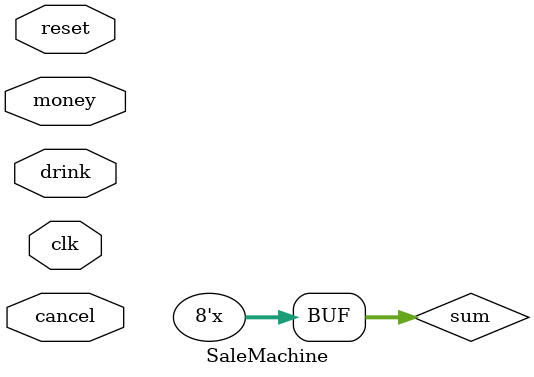
<source format=v>
module SaleMachine( clk, reset, cancel, money, drink ) ;
input clk, reset, cancel ;
input [7:0] money, drink ;

reg keepmoney ;
reg [1:0] state, next_state ;
reg [7:0] sum, exchange ;

parameter S0 = 2'd0 ;
parameter S1 = 2'd1 ;
parameter S2 = 2'd2 ;
parameter S3 = 2'd3 ;

parameter tea = 8'd10 ;
parameter coke = 8'd15 ;
parameter coffee = 8'd20 ;
parameter milk = 8'd25 ;

always@( posedge clk ) begin
	if ( reset == 1'b1 ) begin
		state <= S0 ;
		keepmoney <= 1'b0 ; // S1的時候用來確認要不要繼續投錢
	end
	else 
		state <= next_state ;
end

always@( state ) begin
	case( state )
		S0 :
		begin
			if ( keepmoney == 1'b0 ) begin
				exchange = 8'b0 ;
				sum = 8'b0 ; // state變成0的時候就是沒錢!
			end
		end
		S1 : 			// 顯示可買的飲料唷
		begin
			if ( sum >= milk ) 
				$display( "drink: tea coke coffee milk\n" ) ;
			else if ( sum >= coffee )
				$display( "drink: tea coke coffee\n" ) ;
			else if ( sum >= coke )
				$display( "drink: tea coke\n" ) ;
			else if ( sum >= tea )
				$display( "drink: tea\n" ) ;
			else
				$display( "total: %d dollars, money is not enough!\n", money, sum ) ;
		end	
		S2 :
		begin
			if ( sum >= drink ) begin
				if ( drink == tea )
					$display( "tea out\n" ) ;
				else if ( drink == coke )
					$display( "coke out\n" ) ;
				else if ( drink == coffee ) 
					$display( "coffee out\n" ) ;
				else if ( drink == milk )
					$display( "milk out\n" ) ;
				else
					; // 沒選飲料就沒事!
			end
			else if ( sum < drink ) begin
				if ( drink == tea )
					$display( "choose tea, but money is not enough!" ) ;
				else if ( drink == coke )
					$display( "choose coke, but money is not enough!" ) ;
				else if ( drink == coffee ) 
					$display( "choose coffee, but money is not enough!" ) ;
				else if ( drink == milk )
					$display( "choose milk, but money is not enough!" ) ;
				else
					; // 沒選飲料就沒事!
			end	
		end
		S3 :
		begin
			exchange = sum - drink ;
			if ( sum < drink )
				$display( "exchange %d dollars\n", sum ) ;
			else
				$display( "exchange %d dollars\n", exchange ) ;
		end
	
	endcase
end

always@( state or money or drink or sum ) begin
	case(state)
		S0 : 
		begin
			sum = sum + money ;
			if ( cancel ) begin// 取消不要買了 要退錢-->S3
				$display( "Cancel! coin: %d, total: %d dollars\n", money, sum ) ;
				next_state = S3 ;
				keepmoney = 1'b0 ;
			end
			else if ( sum < tea ) begin // 買不起要再投錢
				if ( money != 8'd0 )
					$display( "coin: %d, total: %d dollars", money, sum ) ;
				next_state = S0 ;
			end
			else begin
				next_state = S1 ;
				if ( money != 8'd0 )
					$display( "coin: %d, total: %d dollars", money, sum ) ;
			end
			
		end
		S1 : // 看有沒有選飲料-->沒選(要再投錢),選了(給飲料)
		begin
			if ( drink == 8'd0 ) begin
				keepmoney = 1'b1 ;
				next_state = S0 ;
			end
			else begin
				next_state = S2 ;
				keepmoney = 1'b0 ; // 選飲料-->花錢了!
			end
		end
		S2 :
			next_state = S3 ;
		S3 :
			next_state = S0 ;
	endcase
end

endmodule
</source>
